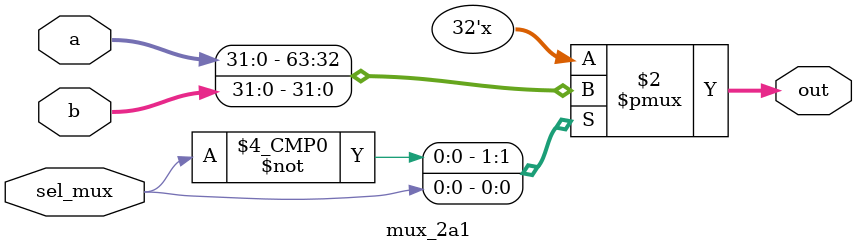
<source format=v>
`timescale 1ns / 1ps

module mux_2a1 (input [31:0] a, b,
                input sel_mux,
                output reg [31:0] out
                );
           
    always @(*) begin
        case (sel_mux)
            1'b0 : out <= a;
            1'b1 : out <= b;
        endcase
    end
endmodule
</source>
